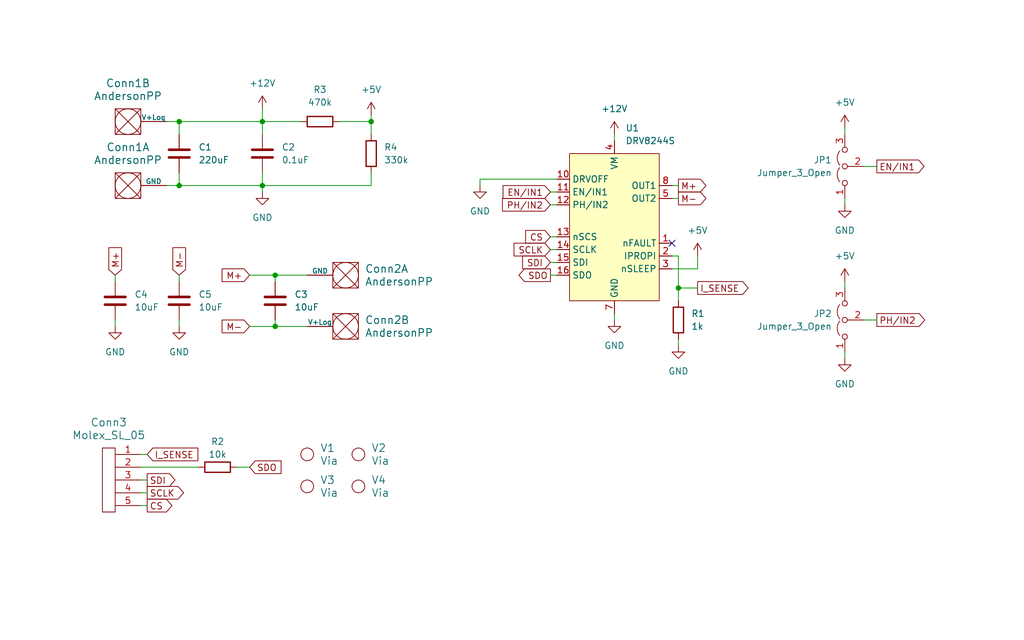
<source format=kicad_sch>
(kicad_sch (version 20230121) (generator eeschema)
  (paper "User" 203.2 127)
  (lib_symbols
    (symbol "BrushedMoCoLibrary:DRV8244S"
      (property "Reference" "U" (at 5.08 33.02 0))
      (property "Value" "DRV8244S" (at -7.62 33.02 0))
      (symbol "DRV8244S_1_1"
        (rectangle (start -8.89 31.75) (end 8.89 2.54) (fill (type background)))
        (pin output line (at 11.43 13.97 180) (length 2.54) (name "nFAULT") (number "1"))
        (pin input line (at -11.43 26.67 0) (length 2.54) (name "DRVOFF") (number "10"))
        (pin input line (at -11.43 24.13 0) (length 2.54) (name "EN/IN1") (number "11"))
        (pin input line (at -11.43 21.59 0) (length 2.54) (name "PH/IN2") (number "12"))
        (pin input line (at -11.43 15.24 0) (length 2.54) (name "nSCS") (number "13"))
        (pin input line (at -11.43 12.7 0) (length 2.54) (name "SCLK") (number "14"))
        (pin input line (at -11.43 10.16 0) (length 2.54) (name "SDI") (number "15"))
        (pin output line (at -11.43 7.62 0) (length 2.54) (name "SDO") (number "16"))
        (pin bidirectional line (at 11.43 11.43 180) (length 2.54) (name "IPROPI") (number "2"))
        (pin input line (at 11.43 8.89 180) (length 2.54) (name "nSLEEP") (number "3"))
        (pin power_in line (at 0 34.29 270) (length 2.54) (name "VM") (number "4"))
        (pin power_out line (at 11.43 22.86 180) (length 2.54) (name "OUT2") (number "5"))
        (pin power_out line (at 11.43 22.86 180) (length 2.54) hide (name "OUT2") (number "6"))
        (pin power_in line (at 0 0 90) (length 2.54) (name "GND") (number "7"))
        (pin power_out line (at 11.43 25.4 180) (length 2.54) (name "OUT1") (number "8"))
        (pin power_out line (at 11.43 25.4 180) (length 2.54) hide (name "OUT1") (number "9"))
      )
    )
    (symbol "Device:C" (pin_numbers hide) (pin_names (offset 0.254))
      (property "Reference" "C" (at 0.635 2.54 0))
      (property "Value" "C" (at 0.635 -2.54 0))
      (symbol "C_0_1"
        (polyline (pts (xy -2.032 -0.762) (xy 2.032 -0.762)) (stroke (width 0.508)))
        (polyline (pts (xy -2.032 0.762) (xy 2.032 0.762)) (stroke (width 0.508)))
      )
      (symbol "C_1_1"
        (pin passive line (at 0 3.81 270) (length 2.794) (name "~") (number "1"))
        (pin passive line (at 0 -3.81 90) (length 2.794) (name "~") (number "2"))
      )
    )
    (symbol "Device:R" (pin_numbers hide) (pin_names (offset 0))
      (property "Reference" "R" (at 2.032 0 90))
      (property "Value" "R" (at 0 0 90))
      (symbol "R_0_1"
        (rectangle (start -1.016 -2.54) (end 1.016 2.54) (stroke (width 0.254)))
      )
      (symbol "R_1_1"
        (pin passive line (at 0 3.81 270) (length 1.27) (name "~") (number "1"))
        (pin passive line (at 0 -3.81 90) (length 1.27) (name "~") (number "2"))
      )
    )
    (symbol "Jumper:Jumper_3_Open" (pin_names (offset 0) hide)
      (property "Reference" "JP" (at -2.54 -2.54 0))
      (property "Value" "Jumper_3_Open" (at 0 2.794 0))
      (symbol "Jumper_3_Open_0_0"
        (circle (center -3.302 0) (radius 0.508))
        (circle (center 0 0) (radius 0.508))
        (circle (center 3.302 0) (radius 0.508))
      )
      (symbol "Jumper_3_Open_0_1"
        (arc (start -0.254 1.016) (mid -1.651 1.4992) (end -3.048 1.016))
        (polyline (pts (xy 0 -0.508) (xy 0 -1.27)))
        (arc (start 3.048 1.016) (mid 1.651 1.4992) (end 0.254 1.016))
      )
      (symbol "Jumper_3_Open_1_1"
        (pin passive line (at -6.35 0 0) (length 2.54) (name "A") (number "1"))
        (pin passive line (at 0 -3.81 90) (length 2.54) (name "C") (number "2"))
        (pin passive line (at 6.35 0 180) (length 2.54) (name "B") (number "3"))
      )
    )
    (symbol "MRDT_Connectors:AndersonPP" (pin_numbers hide) (pin_names (offset 0))
      (property "Reference" "Conn" (at 3.81 -1.27 0))
      (property "Value" "AndersonPP" (at 2.54 6.35 0))
      (symbol "AndersonPP_0_1"
        (polyline (pts (xy 0 5.08) (xy 5.08 0)))
        (polyline (pts (xy 5.08 5.08) (xy 0 0)))
        (rectangle (start 0 0) (end 5.08 5.08))
        (circle (center 2.54 2.54) (radius 2.54))
      )
      (symbol "AndersonPP_1_1"
        (pin input line (at 10.16 2.54 180) (length 5.08) (name "GND") (number "1"))
      )
      (symbol "AndersonPP_2_1"
        (pin input line (at 10.16 2.54 180) (length 5.08) (name "V+Log") (number "2"))
      )
      (symbol "AndersonPP_3_1"
        (pin input line (at 10.16 2.54 180) (length 5.08) (name "V+Act") (number "3"))
      )
      (symbol "AndersonPP_4_1"
        (pin input line (at 10.16 2.54 180) (length 5.08) (name "PV+") (number "4"))
      )
      (symbol "AndersonPP_5_1"
        (pin input line (at 10.16 2.54 180) (length 5.08) (name "~") (number "1"))
      )
    )
    (symbol "MRDT_Connectors:Molex_SL_05" (pin_names (offset 1.016))
      (property "Reference" "Conn" (at 3.81 -1.27 0))
      (property "Value" "Molex_SL_05" (at 1.27 13.97 0))
      (symbol "Molex_SL_05_0_1"
        (rectangle (start 0 12.7) (end 2.54 0))
      )
      (symbol "Molex_SL_05_1_1"
        (pin input line (at -5.08 11.43 0) (length 5.08) (name "~") (number "1"))
        (pin input line (at -5.08 8.89 0) (length 5.08) (name "~") (number "2"))
        (pin input line (at -5.08 6.35 0) (length 5.08) (name "~") (number "3"))
        (pin input line (at -5.08 3.81 0) (length 5.08) (name "~") (number "4"))
        (pin input line (at -5.08 1.27 0) (length 5.08) (name "~") (number "5"))
      )
    )
    (symbol "MRDT_Drill_Holes:Via" (pin_names (offset 1.016))
      (property "Reference" "V" (at 0 -2.54 0))
      (property "Value" "Via" (at 0 2.54 0))
      (symbol "Via_0_1"
        (circle (center 0 0) (radius 1.27))
      )
      (symbol "Via_1_1"
        (pin input line (at 0 0 0) (length 5.08) hide (name "~") (number "1"))
      )
    )
    (symbol "power:+12V" (power) (pin_names (offset 0))
      (property "Value" "+12V" (at 0 3.556 0))
      (symbol "+12V_0_1"
        (polyline (pts (xy -0.762 1.27) (xy 0 2.54)))
        (polyline (pts (xy 0 0) (xy 0 2.54)))
        (polyline (pts (xy 0 2.54) (xy 0.762 1.27)))
      )
      (symbol "+12V_1_1"
        (pin power_in line (at 0 0 90) (length 0) hide (name "+12V") (number "1"))
      )
    )
    (symbol "power:+5V" (power) (pin_names (offset 0))
      (property "Value" "+5V" (at 0 3.556 0))
      (symbol "+5V_0_1"
        (polyline (pts (xy -0.762 1.27) (xy 0 2.54)))
        (polyline (pts (xy 0 0) (xy 0 2.54)))
        (polyline (pts (xy 0 2.54) (xy 0.762 1.27)))
      )
      (symbol "+5V_1_1"
        (pin power_in line (at 0 0 90) (length 0) hide (name "+5V") (number "1"))
      )
    )
    (symbol "power:GND" (power) (pin_names (offset 0))
      (property "Value" "GND" (at 0 -3.81 0))
      (symbol "GND_0_1"
        (polyline (pts (xy 0 0) (xy 0 -1.27) (xy 1.27 -1.27) (xy 0 -2.54) (xy -1.27 -1.27) (xy 0 -1.27)))
      )
      (symbol "GND_1_1"
        (pin power_in line (at 0 0 270) (length 0) hide (name "GND") (number "1"))
      )
    )
  )
  (junction (at 54.61 54.61))
  (junction (at 35.56 24.13))
  (junction (at 52.07 36.83))
  (junction (at 73.66 24.13))
  (junction (at 54.61 64.77))
  (junction (at 35.56 36.83))
  (junction (at 134.62 57.15))
  (junction (at 52.07 24.13))
  (no_connect (at 133.35 48.26))
  (wire (pts (xy 52.07 24.13) (xy 59.69 24.13)))
  (wire (pts (xy 173.99 63.5) (xy 171.45 63.5)))
  (wire (pts (xy 35.56 63.5) (xy 35.56 64.77)))
  (wire (pts (xy 35.56 24.13) (xy 35.56 26.67)))
  (wire (pts (xy 49.53 64.77) (xy 54.61 64.77)))
  (wire (pts (xy 109.22 54.61) (xy 110.49 54.61)))
  (wire (pts (xy 109.22 49.53) (xy 110.49 49.53)))
  (wire (pts (xy 109.22 52.07) (xy 110.49 52.07)))
  (wire (pts (xy 138.43 53.34) (xy 138.43 50.8)))
  (wire (pts (xy 121.92 62.23) (xy 121.92 63.5)))
  (wire (pts (xy 134.62 57.15) (xy 138.43 57.15)))
  (wire (pts (xy 35.56 54.61) (xy 35.56 55.88)))
  (wire (pts (xy 27.94 97.79) (xy 29.21 97.79)))
  (wire (pts (xy 73.66 36.83) (xy 73.66 34.29)))
  (wire (pts (xy 133.35 39.37) (xy 134.62 39.37)))
  (wire (pts (xy 167.64 39.37) (xy 167.64 40.64)))
  (wire (pts (xy 134.62 50.8) (xy 133.35 50.8)))
  (wire (pts (xy 22.86 54.61) (xy 22.86 55.88)))
  (wire (pts (xy 95.25 35.56) (xy 110.49 35.56)))
  (wire (pts (xy 54.61 54.61) (xy 60.96 54.61)))
  (wire (pts (xy 27.94 92.71) (xy 39.37 92.71)))
  (wire (pts (xy 121.92 26.67) (xy 121.92 27.94)))
  (wire (pts (xy 27.94 95.25) (xy 29.21 95.25)))
  (wire (pts (xy 33.02 36.83) (xy 35.56 36.83)))
  (wire (pts (xy 167.64 55.88) (xy 167.64 57.15)))
  (wire (pts (xy 46.99 92.71) (xy 49.53 92.71)))
  (wire (pts (xy 167.64 25.4) (xy 167.64 26.67)))
  (wire (pts (xy 52.07 36.83) (xy 52.07 38.1)))
  (wire (pts (xy 109.22 40.64) (xy 110.49 40.64)))
  (wire (pts (xy 52.07 24.13) (xy 52.07 21.59)))
  (wire (pts (xy 49.53 54.61) (xy 54.61 54.61)))
  (wire (pts (xy 134.62 67.31) (xy 134.62 68.58)))
  (wire (pts (xy 134.62 57.15) (xy 134.62 50.8)))
  (wire (pts (xy 167.64 69.85) (xy 167.64 71.12)))
  (wire (pts (xy 22.86 63.5) (xy 22.86 64.77)))
  (wire (pts (xy 67.31 24.13) (xy 73.66 24.13)))
  (wire (pts (xy 27.94 90.17) (xy 29.21 90.17)))
  (wire (pts (xy 54.61 63.5) (xy 54.61 64.77)))
  (wire (pts (xy 73.66 36.83) (xy 52.07 36.83)))
  (wire (pts (xy 54.61 64.77) (xy 60.96 64.77)))
  (wire (pts (xy 109.22 46.99) (xy 110.49 46.99)))
  (wire (pts (xy 133.35 53.34) (xy 138.43 53.34)))
  (wire (pts (xy 173.99 33.02) (xy 171.45 33.02)))
  (wire (pts (xy 52.07 24.13) (xy 52.07 26.67)))
  (wire (pts (xy 133.35 36.83) (xy 134.62 36.83)))
  (wire (pts (xy 109.22 38.1) (xy 110.49 38.1)))
  (wire (pts (xy 95.25 36.83) (xy 95.25 35.56)))
  (wire (pts (xy 134.62 57.15) (xy 134.62 59.69)))
  (wire (pts (xy 73.66 22.86) (xy 73.66 24.13)))
  (wire (pts (xy 54.61 54.61) (xy 54.61 55.88)))
  (wire (pts (xy 35.56 36.83) (xy 52.07 36.83)))
  (wire (pts (xy 52.07 34.29) (xy 52.07 36.83)))
  (wire (pts (xy 35.56 34.29) (xy 35.56 36.83)))
  (wire (pts (xy 33.02 24.13) (xy 35.56 24.13)))
  (wire (pts (xy 27.94 100.33) (xy 29.21 100.33)))
  (wire (pts (xy 35.56 24.13) (xy 52.07 24.13)))
  (wire (pts (xy 73.66 24.13) (xy 73.66 26.67)))
  (global_label "I_SENSE" (shape output) (at 138.43 57.15 0) (property "Intersheetrefs" "${INTERSHEET_REFS}" (effects hide)))
  (global_label "M+" (shape input) (at 22.86 54.61 90) (property "Intersheetrefs" "${INTERSHEET_REFS}" (effects hide)))
  (global_label "CS" (shape output) (at 29.21 100.33 0) (property "Intersheetrefs" "${INTERSHEET_REFS}" (effects hide)))
  (global_label "I_SENSE" (shape input) (at 29.21 90.17 0) (property "Intersheetrefs" "${INTERSHEET_REFS}" (effects hide)))
  (global_label "PH{slash}IN2" (shape output) (at 173.99 63.5 0) (property "Intersheetrefs" "${INTERSHEET_REFS}" (effects hide)))
  (global_label "SDI" (shape output) (at 29.21 95.25 0) (property "Intersheetrefs" "${INTERSHEET_REFS}" (effects hide)))
  (global_label "SDI" (shape input) (at 109.22 52.07 180) (property "Intersheetrefs" "${INTERSHEET_REFS}" (effects hide)))
  (global_label "SCLK" (shape output) (at 29.21 97.79 0) (property "Intersheetrefs" "${INTERSHEET_REFS}" (effects hide)))
  (global_label "M+" (shape input) (at 49.53 54.61 180) (property "Intersheetrefs" "${INTERSHEET_REFS}" (effects hide)))
  (global_label "M-" (shape input) (at 49.53 64.77 180) (property "Intersheetrefs" "${INTERSHEET_REFS}" (effects hide)))
  (global_label "SDO" (shape input) (at 49.53 92.71 0) (property "Intersheetrefs" "${INTERSHEET_REFS}" (effects hide)))
  (global_label "M-" (shape output) (at 134.62 39.37 0) (property "Intersheetrefs" "${INTERSHEET_REFS}" (effects hide)))
  (global_label "PH{slash}IN2" (shape input) (at 109.22 40.64 180) (property "Intersheetrefs" "${INTERSHEET_REFS}" (effects hide)))
  (global_label "EN{slash}IN1" (shape output) (at 173.99 33.02 0) (property "Intersheetrefs" "${INTERSHEET_REFS}" (effects hide)))
  (global_label "EN{slash}IN1" (shape input) (at 109.22 38.1 180) (property "Intersheetrefs" "${INTERSHEET_REFS}" (effects hide)))
  (global_label "SDO" (shape output) (at 109.22 54.61 180) (property "Intersheetrefs" "${INTERSHEET_REFS}" (effects hide)))
  (global_label "CS" (shape input) (at 109.22 46.99 180) (property "Intersheetrefs" "${INTERSHEET_REFS}" (effects hide)))
  (global_label "M+" (shape output) (at 134.62 36.83 0) (property "Intersheetrefs" "${INTERSHEET_REFS}" (effects hide)))
  (global_label "M-" (shape input) (at 35.56 54.61 90) (property "Intersheetrefs" "${INTERSHEET_REFS}" (effects hide)))
  (global_label "SCLK" (shape input) (at 109.22 49.53 180) (property "Intersheetrefs" "${INTERSHEET_REFS}" (effects hide)))
  (symbol (lib_id "MRDT_Drill_Holes:Via") (at 60.96 96.52 0) (unit 1)
    (property "Reference" "V3" (at 63.5 95.25 0) (effects (font (size 1.524 1.524)) (justify left)))
    (property "Value" "Via" (at 63.5 97.79 0) (effects (font (size 1.524 1.524)) (justify left)))
    (property "Footprint" "MRDT_Drill_Holes:4_40_Hole" (effects hide))
  )
  (symbol (lib_id "power:GND") (at 95.25 36.83 0) (unit 1)
    (property "Reference" "#PWR07" (effects hide))
    (property "Value" "GND" (at 95.25 41.91 0))
  )
  (symbol (lib_id "MRDT_Connectors:AndersonPP") (at 22.86 26.67 0) (unit 2)
    (property "Reference" "Conn1" (at 25.4 16.51 0) (effects (font (size 1.524 1.524))))
    (property "Value" "AndersonPP" (at 25.4 19.05 0) (effects (font (size 1.524 1.524))))
    (property "Footprint" "MRDT_Connectors:Square_Anderson_2_H_Stacked_PV" (effects hide))
  )
  (symbol (lib_id "Device:R") (at 43.18 92.71 90) (unit 1)
    (property "Reference" "R2" (at 43.18 87.63 90))
    (property "Value" "10k" (at 43.18 90.17 90))
    (property "Footprint" "Resistor_SMD:R_0603_1608Metric_Pad0.98x0.95mm_HandSolder" (effects hide))
  )
  (symbol (lib_id "MRDT_Connectors:AndersonPP") (at 71.12 62.23 180) (unit 2)
    (property "Reference" "Conn2" (at 72.39 63.5 0) (effects (font (size 1.524 1.524)) (justify right)))
    (property "Value" "AndersonPP" (at 72.39 66.04 0) (effects (font (size 1.524 1.524)) (justify right)))
    (property "Footprint" "MRDT_Connectors:Square_Anderson_2_H_Stacked_PV" (effects hide))
  )
  (symbol (lib_id "power:+5V") (at 138.43 50.8 0) (unit 1)
    (property "Reference" "#PWR014" (effects hide))
    (property "Value" "+5V" (at 138.43 45.72 0))
  )
  (symbol (lib_id "MRDT_Drill_Holes:Via") (at 71.12 90.17 0) (unit 1)
    (property "Reference" "V2" (at 73.66 88.9 0) (effects (font (size 1.524 1.524)) (justify left)))
    (property "Value" "Via" (at 73.66 91.44 0) (effects (font (size 1.524 1.524)) (justify left)))
    (property "Footprint" "MRDT_Drill_Holes:4_40_Hole" (effects hide))
  )
  (symbol (lib_id "MRDT_Drill_Holes:Via") (at 60.96 90.17 0) (unit 1)
    (property "Reference" "V1" (at 63.5 88.9 0) (effects (font (size 1.524 1.524)) (justify left)))
    (property "Value" "Via" (at 63.5 91.44 0) (effects (font (size 1.524 1.524)) (justify left)))
    (property "Footprint" "MRDT_Drill_Holes:4_40_Hole" (effects hide))
  )
  (symbol (lib_id "power:GND") (at 35.56 64.77 0) (unit 1)
    (property "Reference" "#PWR013" (effects hide))
    (property "Value" "GND" (at 35.56 69.85 0))
  )
  (symbol (lib_id "Device:C") (at 54.61 59.69 0) (unit 1)
    (property "Reference" "C3" (at 58.42 58.42 0) (effects (justify left)))
    (property "Value" "10uF" (at 58.42 60.96 0) (effects (justify left)))
    (property "Footprint" "Capacitor_SMD:C_0603_1608Metric_Pad1.08x0.95mm_HandSolder" (effects hide))
  )
  (symbol (lib_id "power:+5V") (at 167.64 55.88 0) (unit 1)
    (property "Reference" "#PWR09" (effects hide))
    (property "Value" "+5V" (at 167.64 50.8 0))
  )
  (symbol (lib_id "MRDT_Drill_Holes:Via") (at 71.12 96.52 0) (unit 1)
    (property "Reference" "V4" (at 73.66 95.25 0) (effects (font (size 1.524 1.524)) (justify left)))
    (property "Value" "Via" (at 73.66 97.79 0) (effects (font (size 1.524 1.524)) (justify left)))
    (property "Footprint" "MRDT_Drill_Holes:4_40_Hole" (effects hide))
  )
  (symbol (lib_id "power:GND") (at 22.86 64.77 0) (unit 1)
    (property "Reference" "#PWR012" (effects hide))
    (property "Value" "GND" (at 22.86 69.85 0))
  )
  (symbol (lib_id "BrushedMoCoLibrary:DRV8244S") (at 121.92 62.23 0) (unit 1)
    (property "Reference" "U1" (at 124.1141 25.4 0) (effects (justify left)))
    (property "Value" "DRV8244S" (at 124.1141 27.94 0) (effects (justify left)))
    (property "Footprint" "BrushedMoCoLibrary:VQFN-HR-16_4.0mmx7.0mm_ThermalVias" (effects hide))
    (property "Datasheet" "https://www.ti.com/lit/ds/symlink/drv8244-q1.pdf" (effects hide))
  )
  (symbol (lib_id "Device:C") (at 52.07 30.48 0) (unit 1)
    (property "Reference" "C2" (at 55.88 29.21 0) (effects (justify left)))
    (property "Value" "0.1uF" (at 55.88 31.75 0) (effects (justify left)))
    (property "Footprint" "Capacitor_SMD:C_0603_1608Metric_Pad1.08x0.95mm_HandSolder" (effects hide))
  )
  (symbol (lib_id "power:+12V") (at 52.07 21.59 0) (unit 1)
    (property "Reference" "#PWR01" (effects hide))
    (property "Value" "+12V" (at 52.07 16.51 0))
  )
  (symbol (lib_id "power:+12V") (at 121.92 26.67 0) (unit 1)
    (property "Reference" "#PWR03" (effects hide))
    (property "Value" "+12V" (at 121.92 21.59 0))
  )
  (symbol (lib_id "MRDT_Connectors:AndersonPP") (at 71.12 52.07 180) (unit 1)
    (property "Reference" "Conn2" (at 72.39 53.34 0) (effects (font (size 1.524 1.524)) (justify right)))
    (property "Value" "AndersonPP" (at 72.39 55.88 0) (effects (font (size 1.524 1.524)) (justify right)))
    (property "Footprint" "MRDT_Connectors:Square_Anderson_2_H_Stacked_PV" (effects hide))
  )
  (symbol (lib_id "Device:C") (at 35.56 30.48 0) (unit 1)
    (property "Reference" "C1" (at 39.37 29.21 0) (effects (justify left)))
    (property "Value" "220uF" (at 39.37 31.75 0) (effects (justify left)))
    (property "Footprint" "Capacitor_THT:CP_Radial_D6.3mm_P2.50mm" (effects hide))
  )
  (symbol (lib_id "power:GND") (at 167.64 71.12 0) (unit 1)
    (property "Reference" "#PWR011" (effects hide))
    (property "Value" "GND" (at 167.64 76.2 0))
  )
  (symbol (lib_id "MRDT_Connectors:AndersonPP") (at 22.86 39.37 0) (unit 1)
    (property "Reference" "Conn1" (at 25.4 29.21 0) (effects (font (size 1.524 1.524))))
    (property "Value" "AndersonPP" (at 25.4 31.75 0) (effects (font (size 1.524 1.524))))
    (property "Footprint" "MRDT_Connectors:Square_Anderson_2_H_Stacked_PV" (effects hide))
  )
  (symbol (lib_id "power:GND") (at 52.07 38.1 0) (unit 1)
    (property "Reference" "#PWR02" (effects hide))
    (property "Value" "GND" (at 52.07 43.18 0))
  )
  (symbol (lib_id "power:GND") (at 167.64 40.64 0) (unit 1)
    (property "Reference" "#PWR06" (effects hide))
    (property "Value" "GND" (at 167.64 45.72 0))
  )
  (symbol (lib_id "Device:C") (at 22.86 59.69 0) (unit 1)
    (property "Reference" "C4" (at 26.67 58.42 0) (effects (justify left)))
    (property "Value" "10uF" (at 26.67 60.96 0) (effects (justify left)))
    (property "Footprint" "Capacitor_SMD:C_0603_1608Metric_Pad1.08x0.95mm_HandSolder" (effects hide))
  )
  (symbol (lib_id "Device:C") (at 35.56 59.69 0) (unit 1)
    (property "Reference" "C5" (at 39.37 58.42 0) (effects (justify left)))
    (property "Value" "10uF" (at 39.37 60.96 0) (effects (justify left)))
    (property "Footprint" "Capacitor_SMD:C_0603_1608Metric_Pad1.08x0.95mm_HandSolder" (effects hide))
  )
  (symbol (lib_id "power:GND") (at 134.62 68.58 0) (unit 1)
    (property "Reference" "#PWR08" (effects hide))
    (property "Value" "GND" (at 134.62 73.66 0))
  )
  (symbol (lib_id "MRDT_Connectors:Molex_SL_05") (at 22.86 101.6 0) (mirror y) (unit 1)
    (property "Reference" "Conn3" (at 21.59 83.82 0) (effects (font (size 1.524 1.524))))
    (property "Value" "Molex_SL_05" (at 21.59 86.36 0) (effects (font (size 1.524 1.524))))
    (property "Footprint" "MRDT_Connectors:MOLEX_SL_05_Horizontal" (effects hide))
  )
  (symbol (lib_id "power:+5V") (at 73.66 22.86 0) (unit 1)
    (property "Reference" "#PWR05" (effects hide))
    (property "Value" "+5V" (at 73.66 17.78 0))
  )
  (symbol (lib_id "Device:R") (at 73.66 30.48 180) (unit 1)
    (property "Reference" "R4" (at 76.2 29.21 0) (effects (justify right)))
    (property "Value" "330k" (at 76.2 31.75 0) (effects (justify right)))
    (property "Footprint" "Resistor_SMD:R_0603_1608Metric_Pad0.98x0.95mm_HandSolder" (effects hide))
  )
  (symbol (lib_id "Device:R") (at 63.5 24.13 90) (unit 1)
    (property "Reference" "R3" (at 63.5 17.78 90))
    (property "Value" "470k" (at 63.5 20.32 90))
    (property "Footprint" "Resistor_SMD:R_0603_1608Metric_Pad0.98x0.95mm_HandSolder" (effects hide))
  )
  (symbol (lib_id "Jumper:Jumper_3_Open") (at 167.64 33.02 90) (unit 1)
    (property "Reference" "JP1" (at 165.1 31.75 90) (effects (justify left)))
    (property "Value" "Jumper_3_Open" (at 165.1 34.29 90) (effects (justify left)))
    (property "Footprint" "Connector_PinHeader_1.00mm:PinHeader_1x03_P1.00mm_Vertical" (effects hide))
  )
  (symbol (lib_id "power:GND") (at 121.92 63.5 0) (unit 1)
    (property "Reference" "#PWR04" (effects hide))
    (property "Value" "GND" (at 121.92 68.58 0))
  )
  (symbol (lib_id "power:+5V") (at 167.64 25.4 0) (unit 1)
    (property "Reference" "#PWR010" (effects hide))
    (property "Value" "+5V" (at 167.64 20.32 0))
  )
  (symbol (lib_id "Device:R") (at 134.62 63.5 0) (unit 1)
    (property "Reference" "R1" (at 137.16 62.23 0) (effects (justify left)))
    (property "Value" "1k" (at 137.16 64.77 0) (effects (justify left)))
    (property "Footprint" "Resistor_SMD:R_0603_1608Metric_Pad0.98x0.95mm_HandSolder" (effects hide))
  )
  (symbol (lib_id "Jumper:Jumper_3_Open") (at 167.64 63.5 90) (unit 1)
    (property "Reference" "JP2" (at 165.1 62.23 90) (effects (justify left)))
    (property "Value" "Jumper_3_Open" (at 165.1 64.77 90) (effects (justify left)))
    (property "Footprint" "Connector_PinHeader_1.00mm:PinHeader_1x03_P1.00mm_Vertical" (effects hide))
  )
)
</source>
